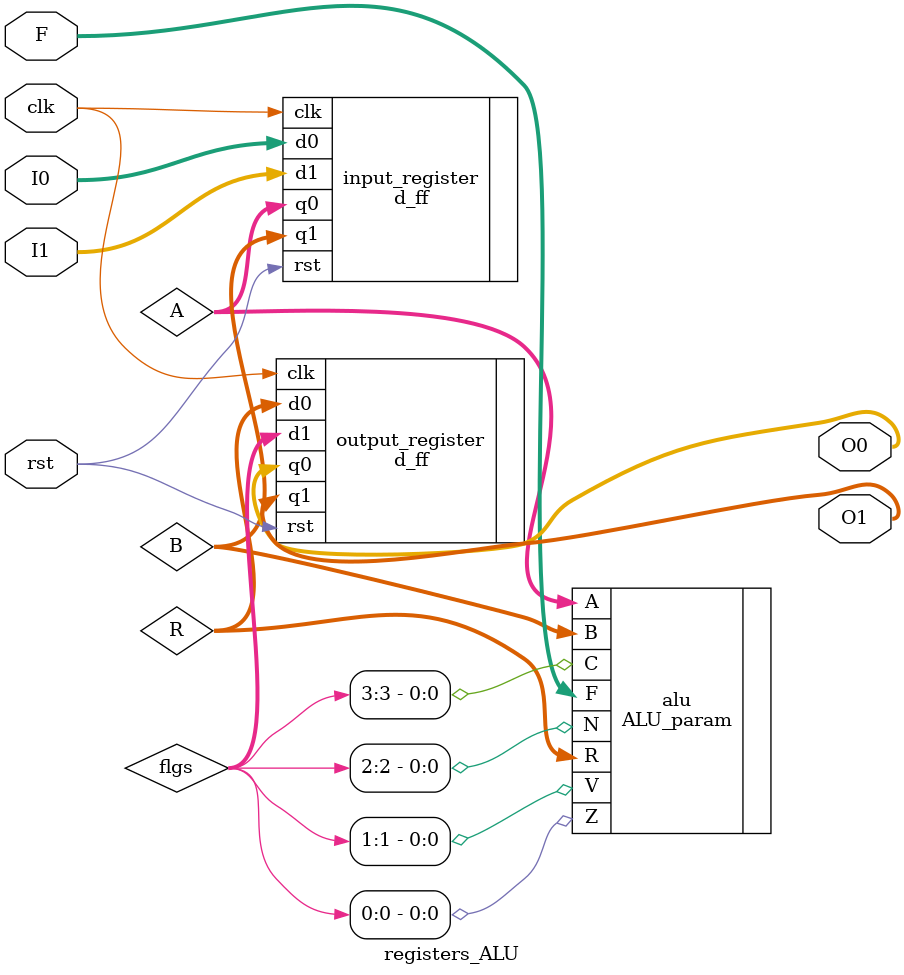
<source format=sv>
module registers_ALU
	# (parameter M = 4)
	  (I0, I1, rst, clk, F, O0, O1);
	  
	input  [M-1:0]   I0;
	input  [M-1:0]   I1;
	input 			 rst;
	input 			 clk;
	
	input  [3:0] 		F; // Operacion
	
	output [M-1:0]   O0;
	output [M-1:0]   O1;
	
	wire  [M-1:0] 		A; // Operando
	wire  [M-1:0] 		B; // Operando
	wire  [M-1:0]		R; // Resultado
	wire  [3:0]		flgs;
	  
	
	// Input register
	d_ff # (.M(M)) input_register (.d0(I0), .d1(I1),
											 .rst(rst), .clk(clk),
											 .q0(A), .q1(B));
	 
	// ALU
	ALU_param # (.M(M)) alu (.A(A), .B(B), .F(F), .R(R),
									 .C(flgs[3]), .N(flgs[2]), .V(flgs[1]), .Z(flgs[0]));
	
	// Output Register
	d_ff # (.M(M)) output_register (.d0(R), .d1(flgs),
											  .rst(rst), .clk(clk),
											  .q0(O0), .q1(O1));  
	
endmodule

</source>
